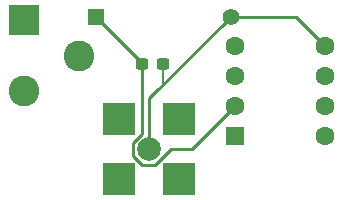
<source format=gbr>
%TF.GenerationSoftware,KiCad,Pcbnew,9.0.2-9.0.2-0~ubuntu24.04.1*%
%TF.CreationDate,2025-06-13T11:12:49-07:00*%
%TF.ProjectId,compact_photodiode_v2,636f6d70-6163-4745-9f70-686f746f6469,rev?*%
%TF.SameCoordinates,Original*%
%TF.FileFunction,Copper,L2,Bot*%
%TF.FilePolarity,Positive*%
%FSLAX46Y46*%
G04 Gerber Fmt 4.6, Leading zero omitted, Abs format (unit mm)*
G04 Created by KiCad (PCBNEW 9.0.2-9.0.2-0~ubuntu24.04.1) date 2025-06-13 11:12:49*
%MOMM*%
%LPD*%
G01*
G04 APERTURE LIST*
G04 Aperture macros list*
%AMRoundRect*
0 Rectangle with rounded corners*
0 $1 Rounding radius*
0 $2 $3 $4 $5 $6 $7 $8 $9 X,Y pos of 4 corners*
0 Add a 4 corners polygon primitive as box body*
4,1,4,$2,$3,$4,$5,$6,$7,$8,$9,$2,$3,0*
0 Add four circle primitives for the rounded corners*
1,1,$1+$1,$2,$3*
1,1,$1+$1,$4,$5*
1,1,$1+$1,$6,$7*
1,1,$1+$1,$8,$9*
0 Add four rect primitives between the rounded corners*
20,1,$1+$1,$2,$3,$4,$5,0*
20,1,$1+$1,$4,$5,$6,$7,0*
20,1,$1+$1,$6,$7,$8,$9,0*
20,1,$1+$1,$8,$9,$2,$3,0*%
G04 Aperture macros list end*
%TA.AperFunction,SMDPad,CuDef*%
%ADD10RoundRect,0.237500X0.300000X0.237500X-0.300000X0.237500X-0.300000X-0.237500X0.300000X-0.237500X0*%
%TD*%
%TA.AperFunction,ComponentPad*%
%ADD11R,1.397000X1.397000*%
%TD*%
%TA.AperFunction,ComponentPad*%
%ADD12C,1.397000*%
%TD*%
%TA.AperFunction,ComponentPad*%
%ADD13R,2.700000X2.700000*%
%TD*%
%TA.AperFunction,ComponentPad*%
%ADD14C,2.000000*%
%TD*%
%TA.AperFunction,ComponentPad*%
%ADD15R,2.600000X2.600000*%
%TD*%
%TA.AperFunction,ComponentPad*%
%ADD16C,2.600000*%
%TD*%
%TA.AperFunction,ComponentPad*%
%ADD17R,1.600000X1.600000*%
%TD*%
%TA.AperFunction,ComponentPad*%
%ADD18C,1.600000*%
%TD*%
%TA.AperFunction,Conductor*%
%ADD19C,0.150000*%
%TD*%
%TA.AperFunction,Conductor*%
%ADD20C,0.250000*%
%TD*%
G04 APERTURE END LIST*
D10*
%TO.P,C1,1*%
%TO.N,Net-(U1-OUT)*%
X149225000Y-115500000D03*
%TO.P,C1,2*%
%TO.N,Net-(U1--IN)*%
X147500000Y-115500000D03*
%TD*%
D11*
%TO.P,R2,1*%
%TO.N,Net-(U1--IN)*%
X143570000Y-111500000D03*
D12*
%TO.P,R2,2*%
%TO.N,Net-(U1-OUT)*%
X155000000Y-111500000D03*
%TD*%
D13*
%TO.P,U2,1,GND*%
%TO.N,GND*%
X150600000Y-125280000D03*
X150600000Y-120200000D03*
X145520000Y-125280000D03*
X145520000Y-120200000D03*
D14*
%TO.P,U2,2,IN*%
%TO.N,Net-(U1-OUT)*%
X148060000Y-122740000D03*
%TD*%
D15*
%TO.P,BT1,1,+*%
%TO.N,+9V*%
X137450000Y-111800000D03*
D16*
%TO.P,BT1,2,-*%
%TO.N,GND*%
X137450000Y-117800000D03*
%TO.P,BT1,3*%
%TO.N,N/C*%
X142150000Y-114800000D03*
%TD*%
D17*
%TO.P,U1,1,VS*%
%TO.N,+9V*%
X155390000Y-121600000D03*
D18*
%TO.P,U1,2,-IN*%
%TO.N,Net-(U1--IN)*%
X155390000Y-119060000D03*
%TO.P,U1,3,V-*%
%TO.N,GND*%
X155390000Y-116520000D03*
%TO.P,U1,4,FB*%
%TO.N,unconnected-(U1-FB-Pad4)*%
X155390000Y-113980000D03*
%TO.P,U1,5,OUT*%
%TO.N,Net-(U1-OUT)*%
X163010000Y-113980000D03*
%TO.P,U1,6,NC*%
%TO.N,unconnected-(U1-NC-Pad6)*%
X163010000Y-116520000D03*
%TO.P,U1,7,NC*%
%TO.N,unconnected-(U1-NC-Pad7)*%
X163010000Y-119060000D03*
%TO.P,U1,8,COM*%
%TO.N,GND*%
X163010000Y-121600000D03*
%TD*%
D19*
%TO.N,Net-(U1-OUT)*%
X149225000Y-115500000D02*
X149225000Y-117275000D01*
X149225000Y-117275000D02*
X148060000Y-118440000D01*
D20*
%TO.N,Net-(U1--IN)*%
X143570000Y-111500000D02*
X147510752Y-115440752D01*
X147510752Y-115440752D02*
X147510752Y-121414000D01*
X151724000Y-122726000D02*
X155390000Y-119060000D01*
X147510752Y-121414000D02*
X146734000Y-122190752D01*
X146734000Y-123289248D02*
X147510752Y-124066000D01*
X146734000Y-122190752D02*
X146734000Y-123289248D01*
X147510752Y-124066000D02*
X148609248Y-124066000D01*
X148609248Y-124066000D02*
X149949248Y-122726000D01*
X149949248Y-122726000D02*
X151724000Y-122726000D01*
%TO.N,Net-(U1-OUT)*%
X155000000Y-111500000D02*
X148060000Y-118440000D01*
X148060000Y-118440000D02*
X148060000Y-122740000D01*
X163010000Y-113980000D02*
X160530000Y-111500000D01*
X160530000Y-111500000D02*
X155000000Y-111500000D01*
%TD*%
M02*

</source>
